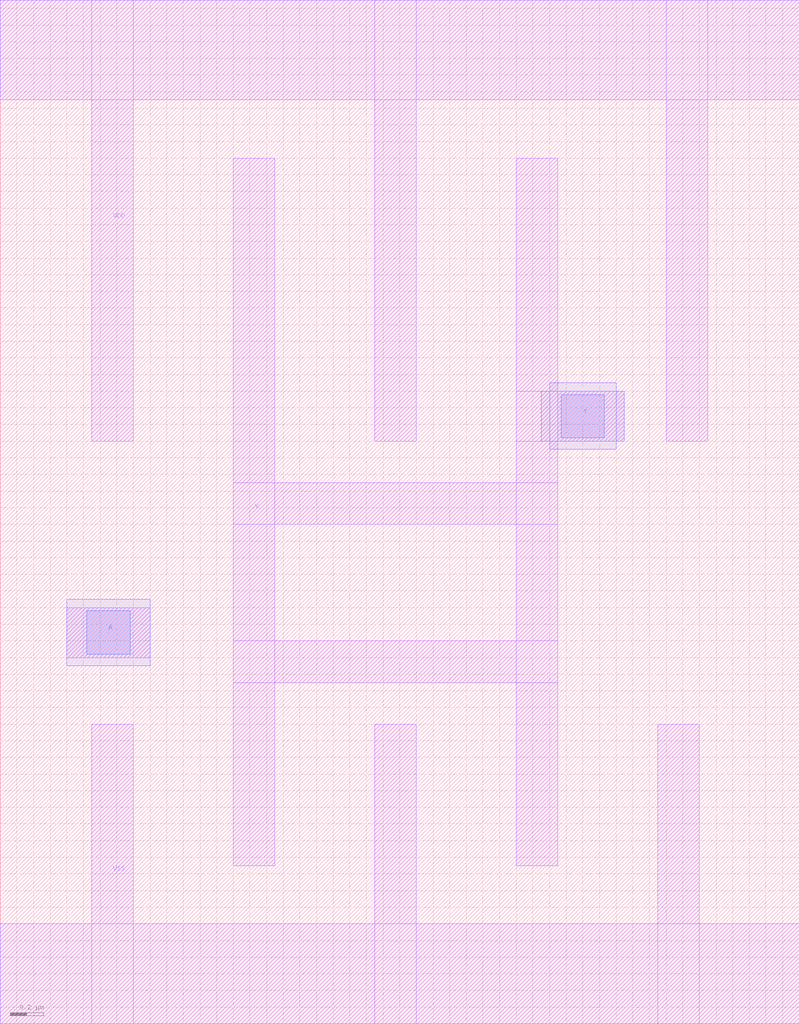
<source format=lef>
# Copyright 2022 Google LLC
# Licensed under the Apache License, Version 2.0 (the "License");
# you may not use this file except in compliance with the License.
# You may obtain a copy of the License at
#
#      http://www.apache.org/licenses/LICENSE-2.0
#
# Unless required by applicable law or agreed to in writing, software
# distributed under the License is distributed on an "AS IS" BASIS,
# WITHOUT WARRANTIES OR CONDITIONS OF ANY KIND, either express or implied.
# See the License for the specific language governing permissions and
# limitations under the License.
VERSION 5.7 ;
BUSBITCHARS "[]" ;
DIVIDERCHAR "/" ;

MACRO gf180mcu_osu_sc_gp9t3v3__clkinv_4
  CLASS CORE ;
  ORIGIN 0 0 ;
  FOREIGN gf180mcu_osu_sc_gp9t3v3__clkinv_4 0 0 ;
  SIZE 4.8 BY 6.15 ;
  SYMMETRY X Y ;
  SITE gf180mcu_osu_sc_gp9t3v3 ;
  PIN VDD
    DIRECTION INOUT ;
    USE POWER ;
    SHAPE ABUTMENT ;
    PORT
      LAYER MET1 ;
        RECT 0 5.55 4.8 6.15 ;
        RECT 4 3.5 4.25 6.15 ;
        RECT 2.25 3.5 2.5 6.15 ;
        RECT 0.55 3.5 0.8 6.15 ;
    END
  END VDD
  PIN VSS
    DIRECTION INOUT ;
    USE GROUND ;
    PORT
      LAYER MET1 ;
        RECT 0 0 4.8 0.6 ;
        RECT 3.95 0 4.2 1.8 ;
        RECT 2.25 0 2.5 1.8 ;
        RECT 0.55 0 0.8 1.8 ;
    END
  END VSS
  PIN A
    DIRECTION INPUT ;
    USE SIGNAL ;
    PORT
      LAYER MET1 ;
        RECT 0.4 2.2 0.9 2.5 ;
      LAYER MET2 ;
        RECT 0.4 2.15 0.9 2.55 ;
      LAYER VIA12 ;
        RECT 0.52 2.22 0.78 2.48 ;
    END
  END A
  PIN Y
    DIRECTION OUTPUT ;
    USE SIGNAL ;
    PORT
      LAYER MET1 ;
        RECT 3.1 3.5 3.75 3.8 ;
        RECT 3.1 0.95 3.35 5.2 ;
        RECT 1.4 3 3.35 3.25 ;
        RECT 1.4 2.05 3.35 2.3 ;
        RECT 1.4 0.95 1.65 5.2 ;
      LAYER MET2 ;
        RECT 3.25 3.5 3.75 3.8 ;
        RECT 3.3 3.45 3.7 3.85 ;
      LAYER VIA12 ;
        RECT 3.37 3.52 3.63 3.78 ;
    END
  END Y
END gf180mcu_osu_sc_gp9t3v3__clkinv_4

</source>
